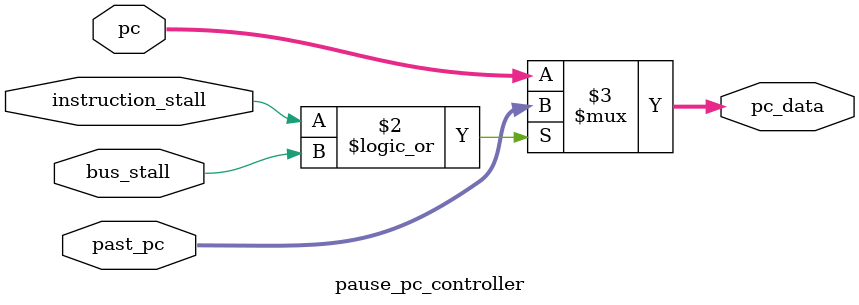
<source format=sv>
 `timescale 1ns/10ps
 module pause_pc_controller(
									instruction_stall,
									pc,
									past_pc,
									bus_stall,
									
									pc_data
									);
localparam DATA_SIZE  =32;
  
  output logic [DATA_SIZE-1:0] pc_data;
  
  input        [DATA_SIZE-1:0] pc;
  input        [DATA_SIZE-1:0] past_pc;
  input                        instruction_stall;
  input                        bus_stall;
  
  always_comb
  begin
	pc_data=(instruction_stall||bus_stall)?past_pc:pc;
  end
  endmodule

</source>
